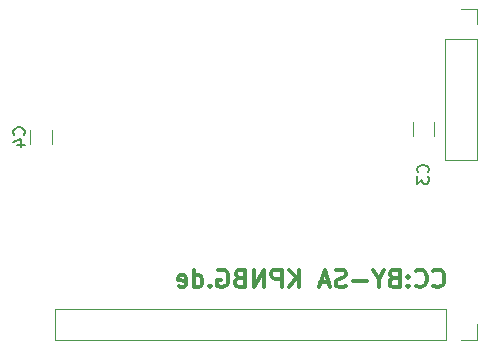
<source format=gbr>
G04 #@! TF.GenerationSoftware,KiCad,Pcbnew,5.1.5-52549c5~84~ubuntu18.04.1*
G04 #@! TF.CreationDate,2020-03-18T13:38:27+01:00*
G04 #@! TF.ProjectId,pcb_loadcell-dev-hx711,7063625f-6c6f-4616-9463-656c6c2d6465,rev?*
G04 #@! TF.SameCoordinates,Original*
G04 #@! TF.FileFunction,Legend,Bot*
G04 #@! TF.FilePolarity,Positive*
%FSLAX46Y46*%
G04 Gerber Fmt 4.6, Leading zero omitted, Abs format (unit mm)*
G04 Created by KiCad (PCBNEW 5.1.5-52549c5~84~ubuntu18.04.1) date 2020-03-18 13:38:27*
%MOMM*%
%LPD*%
G04 APERTURE LIST*
%ADD10C,0.300000*%
%ADD11C,0.120000*%
%ADD12C,0.150000*%
G04 APERTURE END LIST*
D10*
X86557142Y-103405714D02*
X86628571Y-103477142D01*
X86842857Y-103548571D01*
X86985714Y-103548571D01*
X87200000Y-103477142D01*
X87342857Y-103334285D01*
X87414285Y-103191428D01*
X87485714Y-102905714D01*
X87485714Y-102691428D01*
X87414285Y-102405714D01*
X87342857Y-102262857D01*
X87200000Y-102120000D01*
X86985714Y-102048571D01*
X86842857Y-102048571D01*
X86628571Y-102120000D01*
X86557142Y-102191428D01*
X85057142Y-103405714D02*
X85128571Y-103477142D01*
X85342857Y-103548571D01*
X85485714Y-103548571D01*
X85700000Y-103477142D01*
X85842857Y-103334285D01*
X85914285Y-103191428D01*
X85985714Y-102905714D01*
X85985714Y-102691428D01*
X85914285Y-102405714D01*
X85842857Y-102262857D01*
X85700000Y-102120000D01*
X85485714Y-102048571D01*
X85342857Y-102048571D01*
X85128571Y-102120000D01*
X85057142Y-102191428D01*
X84414285Y-103405714D02*
X84342857Y-103477142D01*
X84414285Y-103548571D01*
X84485714Y-103477142D01*
X84414285Y-103405714D01*
X84414285Y-103548571D01*
X84414285Y-102620000D02*
X84342857Y-102691428D01*
X84414285Y-102762857D01*
X84485714Y-102691428D01*
X84414285Y-102620000D01*
X84414285Y-102762857D01*
X83200000Y-102762857D02*
X82985714Y-102834285D01*
X82914285Y-102905714D01*
X82842857Y-103048571D01*
X82842857Y-103262857D01*
X82914285Y-103405714D01*
X82985714Y-103477142D01*
X83128571Y-103548571D01*
X83700000Y-103548571D01*
X83700000Y-102048571D01*
X83200000Y-102048571D01*
X83057142Y-102120000D01*
X82985714Y-102191428D01*
X82914285Y-102334285D01*
X82914285Y-102477142D01*
X82985714Y-102620000D01*
X83057142Y-102691428D01*
X83200000Y-102762857D01*
X83700000Y-102762857D01*
X81914285Y-102834285D02*
X81914285Y-103548571D01*
X82414285Y-102048571D02*
X81914285Y-102834285D01*
X81414285Y-102048571D01*
X80914285Y-102977142D02*
X79771428Y-102977142D01*
X79128571Y-103477142D02*
X78914285Y-103548571D01*
X78557142Y-103548571D01*
X78414285Y-103477142D01*
X78342857Y-103405714D01*
X78271428Y-103262857D01*
X78271428Y-103120000D01*
X78342857Y-102977142D01*
X78414285Y-102905714D01*
X78557142Y-102834285D01*
X78842857Y-102762857D01*
X78985714Y-102691428D01*
X79057142Y-102620000D01*
X79128571Y-102477142D01*
X79128571Y-102334285D01*
X79057142Y-102191428D01*
X78985714Y-102120000D01*
X78842857Y-102048571D01*
X78485714Y-102048571D01*
X78271428Y-102120000D01*
X77700000Y-103120000D02*
X76985714Y-103120000D01*
X77842857Y-103548571D02*
X77342857Y-102048571D01*
X76842857Y-103548571D01*
X75200000Y-103548571D02*
X75200000Y-102048571D01*
X74342857Y-103548571D02*
X74985714Y-102691428D01*
X74342857Y-102048571D02*
X75200000Y-102905714D01*
X73700000Y-103548571D02*
X73700000Y-102048571D01*
X73128571Y-102048571D01*
X72985714Y-102120000D01*
X72914285Y-102191428D01*
X72842857Y-102334285D01*
X72842857Y-102548571D01*
X72914285Y-102691428D01*
X72985714Y-102762857D01*
X73128571Y-102834285D01*
X73700000Y-102834285D01*
X72200000Y-103548571D02*
X72200000Y-102048571D01*
X71342857Y-103548571D01*
X71342857Y-102048571D01*
X70128571Y-102762857D02*
X69914285Y-102834285D01*
X69842857Y-102905714D01*
X69771428Y-103048571D01*
X69771428Y-103262857D01*
X69842857Y-103405714D01*
X69914285Y-103477142D01*
X70057142Y-103548571D01*
X70628571Y-103548571D01*
X70628571Y-102048571D01*
X70128571Y-102048571D01*
X69985714Y-102120000D01*
X69914285Y-102191428D01*
X69842857Y-102334285D01*
X69842857Y-102477142D01*
X69914285Y-102620000D01*
X69985714Y-102691428D01*
X70128571Y-102762857D01*
X70628571Y-102762857D01*
X68342857Y-102120000D02*
X68485714Y-102048571D01*
X68700000Y-102048571D01*
X68914285Y-102120000D01*
X69057142Y-102262857D01*
X69128571Y-102405714D01*
X69200000Y-102691428D01*
X69200000Y-102905714D01*
X69128571Y-103191428D01*
X69057142Y-103334285D01*
X68914285Y-103477142D01*
X68700000Y-103548571D01*
X68557142Y-103548571D01*
X68342857Y-103477142D01*
X68271428Y-103405714D01*
X68271428Y-102905714D01*
X68557142Y-102905714D01*
X67628571Y-103405714D02*
X67557142Y-103477142D01*
X67628571Y-103548571D01*
X67700000Y-103477142D01*
X67628571Y-103405714D01*
X67628571Y-103548571D01*
X66271428Y-103548571D02*
X66271428Y-102048571D01*
X66271428Y-103477142D02*
X66414285Y-103548571D01*
X66700000Y-103548571D01*
X66842857Y-103477142D01*
X66914285Y-103405714D01*
X66985714Y-103262857D01*
X66985714Y-102834285D01*
X66914285Y-102691428D01*
X66842857Y-102620000D01*
X66700000Y-102548571D01*
X66414285Y-102548571D01*
X66271428Y-102620000D01*
X64985714Y-103477142D02*
X65128571Y-103548571D01*
X65414285Y-103548571D01*
X65557142Y-103477142D01*
X65628571Y-103334285D01*
X65628571Y-102762857D01*
X65557142Y-102620000D01*
X65414285Y-102548571D01*
X65128571Y-102548571D01*
X64985714Y-102620000D01*
X64914285Y-102762857D01*
X64914285Y-102905714D01*
X65628571Y-103048571D01*
D11*
X90230000Y-108010000D02*
X90230000Y-106680000D01*
X88900000Y-108010000D02*
X90230000Y-108010000D01*
X87630000Y-108010000D02*
X87630000Y-105350000D01*
X87630000Y-105350000D02*
X54550000Y-105350000D01*
X87630000Y-108010000D02*
X54550000Y-108010000D01*
X54550000Y-108010000D02*
X54550000Y-105350000D01*
X90230000Y-79950000D02*
X88900000Y-79950000D01*
X90230000Y-81280000D02*
X90230000Y-79950000D01*
X90230000Y-82550000D02*
X87570000Y-82550000D01*
X87570000Y-82550000D02*
X87570000Y-92770000D01*
X90230000Y-82550000D02*
X90230000Y-92770000D01*
X90230000Y-92770000D02*
X87570000Y-92770000D01*
X54250000Y-90202936D02*
X54250000Y-91407064D01*
X52430000Y-90202936D02*
X52430000Y-91407064D01*
X84815000Y-90772064D02*
X84815000Y-89567936D01*
X86635000Y-90772064D02*
X86635000Y-89567936D01*
D12*
X51877142Y-90638333D02*
X51924761Y-90590714D01*
X51972380Y-90447857D01*
X51972380Y-90352619D01*
X51924761Y-90209761D01*
X51829523Y-90114523D01*
X51734285Y-90066904D01*
X51543809Y-90019285D01*
X51400952Y-90019285D01*
X51210476Y-90066904D01*
X51115238Y-90114523D01*
X51020000Y-90209761D01*
X50972380Y-90352619D01*
X50972380Y-90447857D01*
X51020000Y-90590714D01*
X51067619Y-90638333D01*
X51305714Y-91495476D02*
X51972380Y-91495476D01*
X50924761Y-91257380D02*
X51639047Y-91019285D01*
X51639047Y-91638333D01*
X86082142Y-93813333D02*
X86129761Y-93765714D01*
X86177380Y-93622857D01*
X86177380Y-93527619D01*
X86129761Y-93384761D01*
X86034523Y-93289523D01*
X85939285Y-93241904D01*
X85748809Y-93194285D01*
X85605952Y-93194285D01*
X85415476Y-93241904D01*
X85320238Y-93289523D01*
X85225000Y-93384761D01*
X85177380Y-93527619D01*
X85177380Y-93622857D01*
X85225000Y-93765714D01*
X85272619Y-93813333D01*
X85177380Y-94146666D02*
X85177380Y-94765714D01*
X85558333Y-94432380D01*
X85558333Y-94575238D01*
X85605952Y-94670476D01*
X85653571Y-94718095D01*
X85748809Y-94765714D01*
X85986904Y-94765714D01*
X86082142Y-94718095D01*
X86129761Y-94670476D01*
X86177380Y-94575238D01*
X86177380Y-94289523D01*
X86129761Y-94194285D01*
X86082142Y-94146666D01*
M02*

</source>
